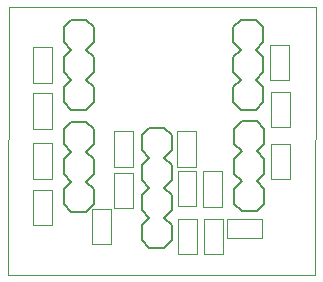
<source format=gto>
G75*
%MOIN*%
%OFA0B0*%
%FSLAX25Y25*%
%IPPOS*%
%LPD*%
%AMOC8*
5,1,8,0,0,1.08239X$1,22.5*
%
%ADD10C,0.00000*%
%ADD11C,0.00800*%
%ADD12C,0.00200*%
D10*
X0001424Y0001600D02*
X0001784Y0091123D01*
X0104108Y0091123D01*
X0103748Y0001600D01*
X0001424Y0001600D01*
D11*
X0022619Y0022741D02*
X0027619Y0022741D01*
X0030119Y0025241D01*
X0030119Y0030241D01*
X0027619Y0032741D01*
X0030119Y0035241D01*
X0030119Y0040241D01*
X0027619Y0042741D01*
X0030119Y0045241D01*
X0030119Y0050241D01*
X0027619Y0052741D01*
X0022619Y0052741D01*
X0020119Y0050241D01*
X0020119Y0045241D01*
X0022619Y0042741D01*
X0020119Y0040241D01*
X0020119Y0035241D01*
X0022619Y0032741D01*
X0020119Y0030241D01*
X0020119Y0025241D01*
X0022619Y0022741D01*
X0046119Y0023241D02*
X0046119Y0028241D01*
X0048619Y0030741D01*
X0046119Y0033241D01*
X0046119Y0038241D01*
X0048619Y0040741D01*
X0046119Y0043241D01*
X0046119Y0048241D01*
X0048619Y0050741D01*
X0053619Y0050741D01*
X0056119Y0048241D01*
X0056119Y0043241D01*
X0053619Y0040741D01*
X0056119Y0038241D01*
X0056119Y0033241D01*
X0053619Y0030741D01*
X0056119Y0028241D01*
X0056119Y0023241D01*
X0053619Y0020741D01*
X0056119Y0018241D01*
X0056119Y0013241D01*
X0053619Y0010741D01*
X0048619Y0010741D01*
X0046119Y0013241D01*
X0046119Y0018241D01*
X0048619Y0020741D01*
X0046119Y0023241D01*
X0076859Y0025431D02*
X0076859Y0030431D01*
X0079359Y0032931D01*
X0076859Y0035431D01*
X0076859Y0040431D01*
X0079359Y0042931D01*
X0076859Y0045431D01*
X0076859Y0050431D01*
X0079359Y0052931D01*
X0084359Y0052931D01*
X0086859Y0050431D01*
X0086859Y0045431D01*
X0084359Y0042931D01*
X0086859Y0040431D01*
X0086859Y0035431D01*
X0084359Y0032931D01*
X0086859Y0030431D01*
X0086859Y0025431D01*
X0084359Y0022931D01*
X0079359Y0022931D01*
X0076859Y0025431D01*
X0079166Y0056847D02*
X0084166Y0056847D01*
X0086666Y0059347D01*
X0086666Y0064347D01*
X0084166Y0066847D01*
X0086666Y0069347D01*
X0086666Y0074347D01*
X0084166Y0076847D01*
X0086666Y0079347D01*
X0086666Y0084347D01*
X0084166Y0086847D01*
X0079166Y0086847D01*
X0076666Y0084347D01*
X0076666Y0079347D01*
X0079166Y0076847D01*
X0076666Y0074347D01*
X0076666Y0069347D01*
X0079166Y0066847D01*
X0076666Y0064347D01*
X0076666Y0059347D01*
X0079166Y0056847D01*
X0030119Y0059241D02*
X0027619Y0056741D01*
X0022619Y0056741D01*
X0020119Y0059241D01*
X0020119Y0064241D01*
X0022619Y0066741D01*
X0020119Y0069241D01*
X0020119Y0074241D01*
X0022619Y0076741D01*
X0020119Y0079241D01*
X0020119Y0084241D01*
X0022619Y0086741D01*
X0027619Y0086741D01*
X0030119Y0084241D01*
X0030119Y0079241D01*
X0027619Y0076741D01*
X0030119Y0074241D01*
X0030119Y0069241D01*
X0027619Y0066741D01*
X0030119Y0064241D01*
X0030119Y0059241D01*
D12*
X0036969Y0049646D02*
X0043269Y0049646D01*
X0043269Y0037835D01*
X0036969Y0037835D01*
X0036969Y0049646D01*
X0036875Y0035702D02*
X0043174Y0035702D01*
X0043174Y0023891D01*
X0036875Y0023891D01*
X0036875Y0035702D01*
X0035946Y0023741D02*
X0029646Y0023741D01*
X0029646Y0011930D01*
X0035946Y0011930D01*
X0035946Y0023741D01*
X0016261Y0018229D02*
X0009961Y0018229D01*
X0009961Y0030040D01*
X0016261Y0030040D01*
X0016261Y0018229D01*
X0016269Y0033835D02*
X0009969Y0033835D01*
X0009969Y0045646D01*
X0016269Y0045646D01*
X0016269Y0033835D01*
X0016261Y0050513D02*
X0009961Y0050513D01*
X0009961Y0062324D01*
X0016261Y0062324D01*
X0016261Y0050513D01*
X0016269Y0065835D02*
X0009969Y0065835D01*
X0009969Y0077646D01*
X0016269Y0077646D01*
X0016269Y0065835D01*
X0057969Y0049646D02*
X0057969Y0037835D01*
X0064269Y0037835D01*
X0064269Y0049646D01*
X0057969Y0049646D01*
X0058042Y0036340D02*
X0064341Y0036340D01*
X0064341Y0024529D01*
X0058042Y0024529D01*
X0058042Y0036340D01*
X0066569Y0036256D02*
X0072869Y0036256D01*
X0072869Y0024445D01*
X0066569Y0024445D01*
X0066569Y0036256D01*
X0064590Y0020520D02*
X0058291Y0020520D01*
X0058291Y0008709D01*
X0064590Y0008709D01*
X0064590Y0020520D01*
X0066787Y0020411D02*
X0073086Y0020444D01*
X0073148Y0008633D01*
X0066848Y0008600D01*
X0066787Y0020411D01*
X0074528Y0020198D02*
X0074528Y0013898D01*
X0086339Y0013898D01*
X0086339Y0020198D01*
X0074528Y0020198D01*
X0089095Y0033583D02*
X0089095Y0045394D01*
X0095394Y0045394D01*
X0095394Y0033583D01*
X0089095Y0033583D01*
X0089095Y0050906D02*
X0095394Y0050906D01*
X0095394Y0062717D01*
X0089095Y0062717D01*
X0089095Y0050906D01*
X0088879Y0066685D02*
X0088879Y0078496D01*
X0095179Y0078496D01*
X0095179Y0066685D01*
X0088879Y0066685D01*
M02*

</source>
